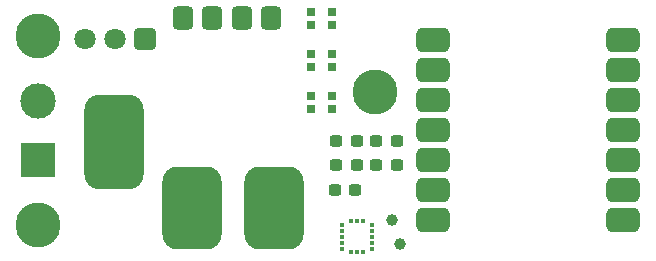
<source format=gbr>
%TF.GenerationSoftware,KiCad,Pcbnew,8.0.4*%
%TF.CreationDate,2025-03-19T01:09:58-05:00*%
%TF.ProjectId,Melty,4d656c74-792e-46b6-9963-61645f706362,rev?*%
%TF.SameCoordinates,Original*%
%TF.FileFunction,Soldermask,Top*%
%TF.FilePolarity,Negative*%
%FSLAX46Y46*%
G04 Gerber Fmt 4.6, Leading zero omitted, Abs format (unit mm)*
G04 Created by KiCad (PCBNEW 8.0.4) date 2025-03-19 01:09:58*
%MOMM*%
%LPD*%
G01*
G04 APERTURE LIST*
G04 Aperture macros list*
%AMRoundRect*
0 Rectangle with rounded corners*
0 $1 Rounding radius*
0 $2 $3 $4 $5 $6 $7 $8 $9 X,Y pos of 4 corners*
0 Add a 4 corners polygon primitive as box body*
4,1,4,$2,$3,$4,$5,$6,$7,$8,$9,$2,$3,0*
0 Add four circle primitives for the rounded corners*
1,1,$1+$1,$2,$3*
1,1,$1+$1,$4,$5*
1,1,$1+$1,$6,$7*
1,1,$1+$1,$8,$9*
0 Add four rect primitives between the rounded corners*
20,1,$1+$1,$2,$3,$4,$5,0*
20,1,$1+$1,$4,$5,$6,$7,0*
20,1,$1+$1,$6,$7,$8,$9,0*
20,1,$1+$1,$8,$9,$2,$3,0*%
G04 Aperture macros list end*
%ADD10C,1.000000*%
%ADD11R,0.457200X0.355600*%
%ADD12R,0.355600X0.457200*%
%ADD13RoundRect,0.237500X-0.300000X-0.237500X0.300000X-0.237500X0.300000X0.237500X-0.300000X0.237500X0*%
%ADD14RoundRect,0.437500X0.437500X0.562500X-0.437500X0.562500X-0.437500X-0.562500X0.437500X-0.562500X0*%
%ADD15C,3.800000*%
%ADD16RoundRect,1.250000X-1.250000X-2.250000X1.250000X-2.250000X1.250000X2.250000X-1.250000X2.250000X0*%
%ADD17R,0.700000X0.700000*%
%ADD18RoundRect,0.250200X0.649800X0.649800X-0.649800X0.649800X-0.649800X-0.649800X0.649800X-0.649800X0*%
%ADD19C,1.800000*%
%ADD20RoundRect,1.250000X1.250000X-2.750000X1.250000X2.750000X-1.250000X2.750000X-1.250000X-2.750000X0*%
%ADD21R,3.000000X3.000000*%
%ADD22C,3.000000*%
%ADD23RoundRect,0.525400X0.900400X0.525400X-0.900400X0.525400X-0.900400X-0.525400X0.900400X-0.525400X0*%
G04 APERTURE END LIST*
D10*
%TO.C,TP1*%
X183000000Y-68100000D03*
%TD*%
D11*
%TO.C,U2*%
X178704600Y-68499748D03*
X178704600Y-68999874D03*
X178704600Y-69500000D03*
X178704600Y-70000126D03*
X178704600Y-70500252D03*
D12*
X179499874Y-70795400D03*
X180000000Y-70795400D03*
X180500126Y-70795400D03*
D11*
X181295400Y-70500252D03*
X181295400Y-70000126D03*
X181295400Y-69500000D03*
X181295400Y-68999874D03*
X181295400Y-68499748D03*
D12*
X180500126Y-68204600D03*
X180000000Y-68204600D03*
X179499874Y-68204600D03*
%TD*%
D13*
%TO.C,C2*%
X181637500Y-63400000D03*
X183362500Y-63400000D03*
%TD*%
D10*
%TO.C,TP2*%
X183650000Y-70100000D03*
%TD*%
D14*
%TO.C,U4*%
X172750000Y-51000000D03*
X170250000Y-51000000D03*
X167750000Y-51000000D03*
X165250000Y-51000000D03*
%TD*%
D15*
%TO.C,REF\u002A\u002A*%
X153000000Y-52500000D03*
%TD*%
D16*
%TO.C,J3*%
X166000000Y-67025000D03*
X173000000Y-67025000D03*
%TD*%
D15*
%TO.C,REF\u002A\u002A*%
X181500000Y-57200000D03*
%TD*%
D17*
%TO.C,D2*%
X176085000Y-54000000D03*
X176085000Y-55100000D03*
X177915000Y-55100000D03*
X177915000Y-54000000D03*
%TD*%
D13*
%TO.C,C5*%
X178137500Y-65500000D03*
X179862500Y-65500000D03*
%TD*%
D17*
%TO.C,D3*%
X176085000Y-57550000D03*
X176085000Y-58650000D03*
X177915000Y-58650000D03*
X177915000Y-57550000D03*
%TD*%
D15*
%TO.C,REF\u002A\u002A*%
X153000000Y-68500000D03*
%TD*%
D13*
%TO.C,C1*%
X178237500Y-63400000D03*
X179962500Y-63400000D03*
%TD*%
D18*
%TO.C,U5*%
X162040000Y-52775000D03*
D19*
X159500000Y-52775000D03*
X156960000Y-52775000D03*
%TD*%
D13*
%TO.C,R8*%
X181637500Y-61400000D03*
X183362500Y-61400000D03*
%TD*%
D20*
%TO.C,J5*%
X159425000Y-61450000D03*
%TD*%
D21*
%TO.C,J4*%
X153000000Y-63000000D03*
D22*
X153000000Y-58000000D03*
%TD*%
D13*
%TO.C,R7*%
X178237500Y-61400000D03*
X179962500Y-61400000D03*
%TD*%
D23*
%TO.C,U1*%
X202561364Y-68073000D03*
X202561364Y-65533000D03*
X202561364Y-62993000D03*
X202561364Y-60453000D03*
X202561364Y-57913000D03*
X202561364Y-55373000D03*
X202561364Y-52833000D03*
X186396364Y-52833000D03*
X186396364Y-55373000D03*
X186396364Y-57913000D03*
X186396364Y-60453000D03*
X186396364Y-62993000D03*
X186396364Y-65533000D03*
X186396364Y-68073000D03*
%TD*%
D17*
%TO.C,D1*%
X176085000Y-50450000D03*
X176085000Y-51550000D03*
X177915000Y-51550000D03*
X177915000Y-50450000D03*
%TD*%
M02*

</source>
